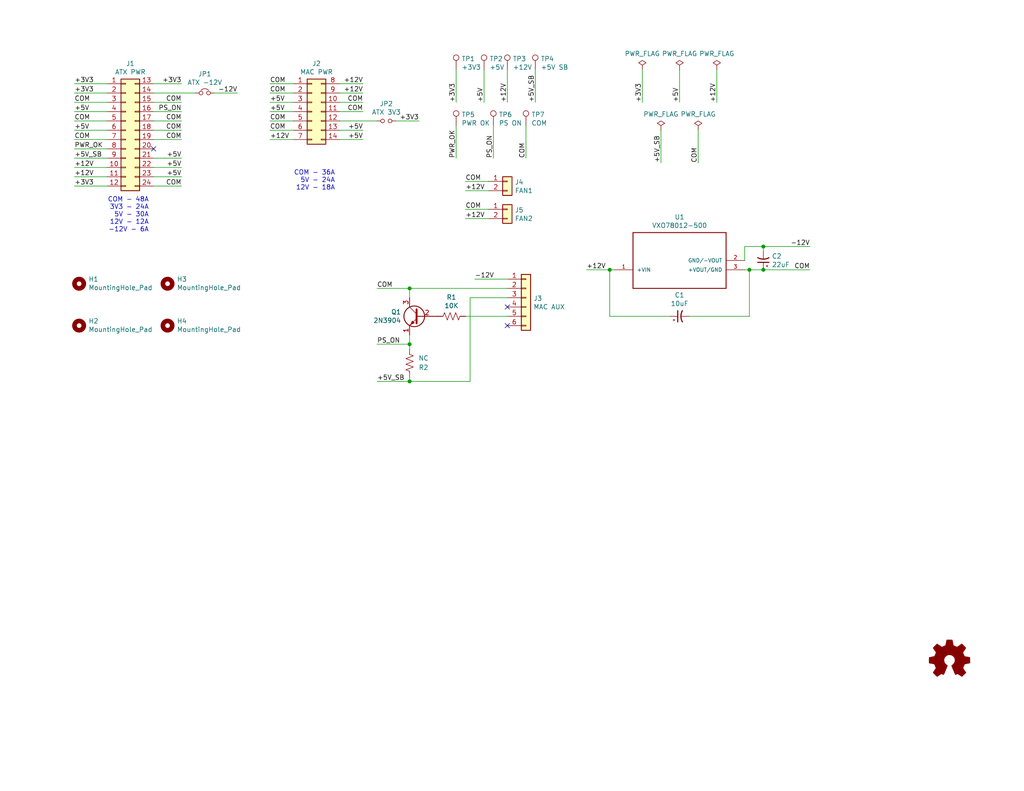
<source format=kicad_sch>
(kicad_sch (version 20250114) (generator "eeschema") (generator_version "9.0")
  (paper "USLetter")
  (title_block (title "ATX - Quadra 630 PSU Conversion Kit") (date "2020-09-01") (rev "V1.01B") (company "Dean Winger") (comment 1 "dean.winger.dev / dean@winger.dev") (comment 3 "https://creativecommons.org/licenses/by-sa/4.0/") (comment 4 "CC BY-SA 4.0"))
  (lib_symbols
    (symbol "Connector:TestPoint" (pin_numbers (hide yes)) (pin_names (offset 0.762) (hide yes))
      (property "Reference" "TP" (at 0 6.858 0))
      (property "Value" "TestPoint" (at 0 5.08 0))
      (symbol "TestPoint_0_1"
        (circle (center 0 3.302) (radius 0.762))
      )
      (symbol "TestPoint_1_1"
        (pin passive line (at 0 0 90) (length 2.54) (name "1") (number "1"))
      )
    )
    (symbol "Connector_Generic:Conn_01x02" (pin_names (offset 1.016) (hide yes))
      (property "Reference" "J" (at 0 2.54 0))
      (property "Value" "Conn_01x02" (at 0 -5.08 0))
      (symbol "Conn_01x02_1_1"
        (rectangle (start -1.27 1.27) (end 1.27 -3.81) (stroke (width 0.254)) (fill (type background)))
        (rectangle (start -1.27 0.127) (end 0 -0.127) (stroke (width 0.1524)))
        (rectangle (start -1.27 -2.413) (end 0 -2.667) (stroke (width 0.1524)))
        (pin passive line (at -5.08 0 0) (length 3.81) (name "Pin_1") (number "1"))
        (pin passive line (at -5.08 -2.54 0) (length 3.81) (name "Pin_2") (number "2"))
      )
    )
    (symbol "Connector_Generic:Conn_01x06" (pin_names (offset 1.016) (hide yes))
      (property "Reference" "J" (at 0 7.62 0))
      (property "Value" "Conn_01x06" (at 0 -10.16 0))
      (symbol "Conn_01x06_1_1"
        (rectangle (start -1.27 6.35) (end 1.27 -8.89) (stroke (width 0.254)) (fill (type background)))
        (rectangle (start -1.27 5.207) (end 0 4.953) (stroke (width 0.1524)))
        (rectangle (start -1.27 2.667) (end 0 2.413) (stroke (width 0.1524)))
        (rectangle (start -1.27 0.127) (end 0 -0.127) (stroke (width 0.1524)))
        (rectangle (start -1.27 -2.413) (end 0 -2.667) (stroke (width 0.1524)))
        (rectangle (start -1.27 -4.953) (end 0 -5.207) (stroke (width 0.1524)))
        (rectangle (start -1.27 -7.493) (end 0 -7.747) (stroke (width 0.1524)))
        (pin passive line (at -5.08 5.08 0) (length 3.81) (name "Pin_1") (number "1"))
        (pin passive line (at -5.08 2.54 0) (length 3.81) (name "Pin_2") (number "2"))
        (pin passive line (at -5.08 0 0) (length 3.81) (name "Pin_3") (number "3"))
        (pin passive line (at -5.08 -2.54 0) (length 3.81) (name "Pin_4") (number "4"))
        (pin passive line (at -5.08 -5.08 0) (length 3.81) (name "Pin_5") (number "5"))
        (pin passive line (at -5.08 -7.62 0) (length 3.81) (name "Pin_6") (number "6"))
      )
    )
    (symbol "Connector_Generic:Conn_02x07_Top_Bottom" (pin_names (offset 1.016) (hide yes))
      (property "Reference" "J" (at 1.27 10.16 0))
      (property "Value" "Conn_02x07_Top_Bottom" (at 1.27 -10.16 0))
      (symbol "Conn_02x07_Top_Bottom_1_1"
        (rectangle (start -1.27 8.89) (end 3.81 -8.89) (stroke (width 0.254)) (fill (type background)))
        (rectangle (start -1.27 7.747) (end 0 7.493) (stroke (width 0.1524)))
        (rectangle (start -1.27 5.207) (end 0 4.953) (stroke (width 0.1524)))
        (rectangle (start -1.27 2.667) (end 0 2.413) (stroke (width 0.1524)))
        (rectangle (start -1.27 0.127) (end 0 -0.127) (stroke (width 0.1524)))
        (rectangle (start -1.27 -2.413) (end 0 -2.667) (stroke (width 0.1524)))
        (rectangle (start -1.27 -4.953) (end 0 -5.207) (stroke (width 0.1524)))
        (rectangle (start -1.27 -7.493) (end 0 -7.747) (stroke (width 0.1524)))
        (rectangle (start 3.81 7.747) (end 2.54 7.493) (stroke (width 0.1524)))
        (rectangle (start 3.81 5.207) (end 2.54 4.953) (stroke (width 0.1524)))
        (rectangle (start 3.81 2.667) (end 2.54 2.413) (stroke (width 0.1524)))
        (rectangle (start 3.81 0.127) (end 2.54 -0.127) (stroke (width 0.1524)))
        (rectangle (start 3.81 -2.413) (end 2.54 -2.667) (stroke (width 0.1524)))
        (rectangle (start 3.81 -4.953) (end 2.54 -5.207) (stroke (width 0.1524)))
        (rectangle (start 3.81 -7.493) (end 2.54 -7.747) (stroke (width 0.1524)))
        (pin passive line (at -5.08 7.62 0) (length 3.81) (name "Pin_1") (number "1"))
        (pin passive line (at -5.08 5.08 0) (length 3.81) (name "Pin_2") (number "2"))
        (pin passive line (at -5.08 2.54 0) (length 3.81) (name "Pin_3") (number "3"))
        (pin passive line (at -5.08 0 0) (length 3.81) (name "Pin_4") (number "4"))
        (pin passive line (at -5.08 -2.54 0) (length 3.81) (name "Pin_5") (number "5"))
        (pin passive line (at -5.08 -5.08 0) (length 3.81) (name "Pin_6") (number "6"))
        (pin passive line (at -5.08 -7.62 0) (length 3.81) (name "Pin_7") (number "7"))
        (pin passive line (at 7.62 7.62 180) (length 3.81) (name "Pin_8") (number "8"))
        (pin passive line (at 7.62 5.08 180) (length 3.81) (name "Pin_9") (number "9"))
        (pin passive line (at 7.62 2.54 180) (length 3.81) (name "Pin_10") (number "10"))
        (pin passive line (at 7.62 0 180) (length 3.81) (name "Pin_11") (number "11"))
        (pin passive line (at 7.62 -2.54 180) (length 3.81) (name "Pin_12") (number "12"))
        (pin passive line (at 7.62 -5.08 180) (length 3.81) (name "Pin_13") (number "13"))
        (pin passive line (at 7.62 -7.62 180) (length 3.81) (name "Pin_14") (number "14"))
      )
    )
    (symbol "Connector_Generic:Conn_02x12_Top_Bottom" (pin_names (offset 1.016) (hide yes))
      (property "Reference" "J" (at 1.27 15.24 0))
      (property "Value" "Conn_02x12_Top_Bottom" (at 1.27 -17.78 0))
      (symbol "Conn_02x12_Top_Bottom_1_1"
        (rectangle (start -1.27 13.97) (end 3.81 -16.51) (stroke (width 0.254)) (fill (type background)))
        (rectangle (start -1.27 12.827) (end 0 12.573) (stroke (width 0.1524)))
        (rectangle (start -1.27 10.287) (end 0 10.033) (stroke (width 0.1524)))
        (rectangle (start -1.27 7.747) (end 0 7.493) (stroke (width 0.1524)))
        (rectangle (start -1.27 5.207) (end 0 4.953) (stroke (width 0.1524)))
        (rectangle (start -1.27 2.667) (end 0 2.413) (stroke (width 0.1524)))
        (rectangle (start -1.27 0.127) (end 0 -0.127) (stroke (width 0.1524)))
        (rectangle (start -1.27 -2.413) (end 0 -2.667) (stroke (width 0.1524)))
        (rectangle (start -1.27 -4.953) (end 0 -5.207) (stroke (width 0.1524)))
        (rectangle (start -1.27 -7.493) (end 0 -7.747) (stroke (width 0.1524)))
        (rectangle (start -1.27 -10.033) (end 0 -10.287) (stroke (width 0.1524)))
        (rectangle (start -1.27 -12.573) (end 0 -12.827) (stroke (width 0.1524)))
        (rectangle (start -1.27 -15.113) (end 0 -15.367) (stroke (width 0.1524)))
        (rectangle (start 3.81 12.827) (end 2.54 12.573) (stroke (width 0.1524)))
        (rectangle (start 3.81 10.287) (end 2.54 10.033) (stroke (width 0.1524)))
        (rectangle (start 3.81 7.747) (end 2.54 7.493) (stroke (width 0.1524)))
        (rectangle (start 3.81 5.207) (end 2.54 4.953) (stroke (width 0.1524)))
        (rectangle (start 3.81 2.667) (end 2.54 2.413) (stroke (width 0.1524)))
        (rectangle (start 3.81 0.127) (end 2.54 -0.127) (stroke (width 0.1524)))
        (rectangle (start 3.81 -2.413) (end 2.54 -2.667) (stroke (width 0.1524)))
        (rectangle (start 3.81 -4.953) (end 2.54 -5.207) (stroke (width 0.1524)))
        (rectangle (start 3.81 -7.493) (end 2.54 -7.747) (stroke (width 0.1524)))
        (rectangle (start 3.81 -10.033) (end 2.54 -10.287) (stroke (width 0.1524)))
        (rectangle (start 3.81 -12.573) (end 2.54 -12.827) (stroke (width 0.1524)))
        (rectangle (start 3.81 -15.113) (end 2.54 -15.367) (stroke (width 0.1524)))
        (pin passive line (at -5.08 12.7 0) (length 3.81) (name "Pin_1") (number "1"))
        (pin passive line (at -5.08 10.16 0) (length 3.81) (name "Pin_2") (number "2"))
        (pin passive line (at -5.08 7.62 0) (length 3.81) (name "Pin_3") (number "3"))
        (pin passive line (at -5.08 5.08 0) (length 3.81) (name "Pin_4") (number "4"))
        (pin passive line (at -5.08 2.54 0) (length 3.81) (name "Pin_5") (number "5"))
        (pin passive line (at -5.08 0 0) (length 3.81) (name "Pin_6") (number "6"))
        (pin passive line (at -5.08 -2.54 0) (length 3.81) (name "Pin_7") (number "7"))
        (pin passive line (at -5.08 -5.08 0) (length 3.81) (name "Pin_8") (number "8"))
        (pin passive line (at -5.08 -7.62 0) (length 3.81) (name "Pin_9") (number "9"))
        (pin passive line (at -5.08 -10.16 0) (length 3.81) (name "Pin_10") (number "10"))
        (pin passive line (at -5.08 -12.7 0) (length 3.81) (name "Pin_11") (number "11"))
        (pin passive line (at -5.08 -15.24 0) (length 3.81) (name "Pin_12") (number "12"))
        (pin passive line (at 7.62 12.7 180) (length 3.81) (name "Pin_13") (number "13"))
        (pin passive line (at 7.62 10.16 180) (length 3.81) (name "Pin_14") (number "14"))
        (pin passive line (at 7.62 7.62 180) (length 3.81) (name "Pin_15") (number "15"))
        (pin passive line (at 7.62 5.08 180) (length 3.81) (name "Pin_16") (number "16"))
        (pin passive line (at 7.62 2.54 180) (length 3.81) (name "Pin_17") (number "17"))
        (pin passive line (at 7.62 0 180) (length 3.81) (name "Pin_18") (number "18"))
        (pin passive line (at 7.62 -2.54 180) (length 3.81) (name "Pin_19") (number "19"))
        (pin passive line (at 7.62 -5.08 180) (length 3.81) (name "Pin_20") (number "20"))
        (pin passive line (at 7.62 -7.62 180) (length 3.81) (name "Pin_21") (number "21"))
        (pin passive line (at 7.62 -10.16 180) (length 3.81) (name "Pin_22") (number "22"))
        (pin passive line (at 7.62 -12.7 180) (length 3.81) (name "Pin_23") (number "23"))
        (pin passive line (at 7.62 -15.24 180) (length 3.81) (name "Pin_24") (number "24"))
      )
    )
    (symbol "Device:CP1_Small" (pin_numbers (hide yes)) (pin_names (offset 0.254) (hide yes))
      (property "Reference" "C" (at 0.254 1.778 0))
      (property "Value" "Device_CP1_Small" (at 0.254 -2.032 0))
      (symbol "CP1_Small_0_1"
        (polyline (pts (xy -1.524 0.508) (xy 1.524 0.508)) (stroke (width 0.3048)))
        (polyline (pts (xy -1.27 1.524) (xy -0.762 1.524)))
        (polyline (pts (xy -1.016 1.27) (xy -1.016 1.778)))
        (arc (start -1.524 -0.762) (mid 0 -0.3734) (end 1.524 -0.762) (stroke (width 0.3048)))
      )
      (symbol "CP1_Small_1_1"
        (pin passive line (at 0 2.54 270) (length 2.032) (name "~") (number "1"))
        (pin passive line (at 0 -2.54 90) (length 2.032) (name "~") (number "2"))
      )
    )
    (symbol "Device:Jumper_NC_Small" (pin_numbers (hide yes)) (pin_names (offset 0.762) (hide yes))
      (property "Reference" "JP" (at 0 2.032 0))
      (property "Value" "Device_Jumper_NC_Small" (at 0.254 -1.524 0))
      (symbol "Jumper_NC_Small_0_1"
        (circle (center -1.016 0) (radius 0.508))
        (arc (start -1.016 0.762) (mid 0 1.1828) (end 1.016 0.762))
        (circle (center 1.016 0) (radius 0.508))
        (pin passive line (at -2.54 0 0) (length 1.016) (name "1") (number "1"))
        (pin passive line (at 2.54 0 180) (length 1.016) (name "2") (number "2"))
      )
    )
    (symbol "Device:Jumper_NO_Small" (pin_numbers (hide yes)) (pin_names (offset 0.762) (hide yes))
      (property "Reference" "JP" (at 0 2.032 0))
      (property "Value" "Device_Jumper_NO_Small" (at 0.254 -1.524 0))
      (symbol "Jumper_NO_Small_0_1"
        (circle (center -1.016 0) (radius 0.508))
        (circle (center 1.016 0) (radius 0.508))
        (pin passive line (at -2.54 0 0) (length 1.016) (name "1") (number "1"))
        (pin passive line (at 2.54 0 180) (length 1.016) (name "2") (number "2"))
      )
    )
    (symbol "Device:R_US" (pin_numbers (hide yes)) (pin_names (offset 0))
      (property "Reference" "R" (at 2.54 0 90))
      (property "Value" "R_US" (at -2.54 0 90))
      (symbol "R_US_0_1"
        (polyline (pts (xy 0 2.286) (xy 0 2.54)))
        (polyline (pts (xy 0 2.286) (xy 1.016 1.905) (xy 0 1.524) (xy -1.016 1.143) (xy 0 0.762)))
        (polyline (pts (xy 0 0.762) (xy 1.016 0.381) (xy 0 0) (xy -1.016 -0.381) (xy 0 -0.762)))
        (polyline (pts (xy 0 -0.762) (xy 1.016 -1.143) (xy 0 -1.524) (xy -1.016 -1.905) (xy 0 -2.286)))
        (polyline (pts (xy 0 -2.286) (xy 0 -2.54)))
      )
      (symbol "R_US_1_1"
        (pin passive line (at 0 3.81 270) (length 1.27) (name "~") (number "1"))
        (pin passive line (at 0 -3.81 90) (length 1.27) (name "~") (number "2"))
      )
    )
    (symbol "Graphic:Logo_Open_Hardware_Small" (in_bom no) (on_board no)
      (symbol "Logo_Open_Hardware_Small_0_1"
        (polyline (pts (xy 3.3528 -4.3434) (xy 3.302 -4.318) (xy 3.175 -4.2418) (xy 2.9972 -4.1148) (xy 2.7686 -3.9624) (xy 2.54 -3.81) (xy 2.3622 -3.7084) (xy 2.2352 -3.6068) (xy 2.1844 -3.5814) (xy 2.159 -3.6068) (xy 2.0574 -3.6576) (xy 1.905 -3.7338) (xy 1.8034 -3.7846) (xy 1.6764 -3.8354) (xy 1.6002 -3.8354) (xy 1.6002 -3.8354) (xy 1.5494 -3.7338) (xy 1.4732 -3.5306) (xy 1.3462 -3.302) (xy 1.2446 -3.0226) (xy 1.1176 -2.7178) (xy 0.9652 -2.413) (xy 0.8636 -2.1082) (xy 0.7366 -1.8288) (xy 0.6604 -1.6256) (xy 0.6096 -1.4732) (xy 0.5842 -1.397) (xy 0.5842 -1.397) (xy 0.6604 -1.3208) (xy 0.7874 -1.2446) (xy 1.0414 -1.016) (xy 1.2954 -0.6858) (xy 1.4478 -0.3302) (xy 1.524 0.0762) (xy 1.4732 0.4572) (xy 1.3208 0.8128) (xy 1.0668 1.143) (xy 0.762 1.3716) (xy 0.4064 1.524) (xy 0 1.5748) (xy -0.381 1.5494) (xy -0.7366 1.397) (xy -1.0668 1.143) (xy -1.2192 0.9906) (xy -1.397 0.6604) (xy -1.524 0.3048) (xy -1.524 0.2286) (xy -1.4986 -0.1778) (xy -1.397 -0.5334) (xy -1.1938 -0.8636) (xy -0.9144 -1.143) (xy -0.8636 -1.1684) (xy -0.7366 -1.27) (xy -0.635 -1.3462) (xy -0.5842 -1.397) (xy -1.0668 -2.5908) (xy -1.143 -2.794) (xy -1.2954 -3.1242) (xy -1.397 -3.4036) (xy -1.4986 -3.6322) (xy -1.5748 -3.7846) (xy -1.6002 -3.8354) (xy -1.6002 -3.8354) (xy -1.651 -3.8354) (xy -1.7272 -3.81) (xy -1.905 -3.7338) (xy -2.0066 -3.683) (xy -2.1336 -3.6068) (xy -2.2098 -3.5814) (xy -2.2606 -3.6068) (xy -2.3622 -3.683) (xy -2.54 -3.81) (xy -2.7686 -3.9624) (xy -2.9718 -4.0894) (xy -3.1496 -4.2164) (xy -3.302 -4.318) (xy -3.3528 -4.3434) (xy -3.3782 -4.3434) (xy -3.429 -4.318) (xy -3.5306 -4.2164) (xy -3.7084 -4.064) (xy -3.937 -3.8354) (xy -3.9624 -3.81) (xy -4.1656 -3.6068) (xy -4.318 -3.4544) (xy -4.4196 -3.3274) (xy -4.445 -3.2766) (xy -4.445 -3.2766) (xy -4.4196 -3.2258) (xy -4.318 -3.0734) (xy -4.2164 -2.8956) (xy -4.064 -2.667) (xy -3.6576 -2.0828) (xy -3.8862 -1.5494) (xy -3.937 -1.3716) (xy -4.0386 -1.1684) (xy -4.0894 -1.0414) (xy -4.1148 -0.9652) (xy -4.191 -0.9398) (xy -4.318 -0.9144) (xy -4.5466 -0.8636) (xy -4.8006 -0.8128) (xy -5.0546 -0.7874) (xy -5.2578 -0.7366) (xy -5.4356 -0.7112) (xy -5.5118 -0.6858) (xy -5.5118 -0.6858) (xy -5.5372 -0.635) (xy -5.5372 -0.5588) (xy -5.5372 -0.4318) (xy -5.5626 -0.2286) (xy -5.5626 0.0762) (xy -5.5626 0.127) (xy -5.5372 0.4064) (xy -5.5372 0.635) (xy -5.5372 0.762) (xy -5.5372 0.8382) (xy -5.5372 0.8382) (xy -5.461 0.8382) (xy -5.3086 0.889) (xy -5.08 0.9144) (xy -4.826 0.9652) (xy -4.8006 0.9906) (xy -4.5466 1.0414) (xy -4.318 1.0668) (xy -4.1656 1.1176) (xy -4.0894 1.143) (xy -4.0894 1.143) (xy -4.0386 1.2446) (xy -3.9624 1.4224) (xy -3.8608 1.6256) (xy -3.7846 1.8288) (xy -3.7084 2.0066) (xy -3.6576 2.159) (xy -3.6322 2.2098) (xy -3.6322 2.2098) (xy -3.683 2.286) (xy -3.7592 2.413) (xy -3.8862 2.5908) (xy -4.064 2.8194) (xy -4.064 2.8448) (xy -4.2164 3.0734) (xy -4.3434 3.2512) (xy -4.4196 3.3782) (xy -4.445 3.4544) (xy -4.445 3.4544) (xy -4.3942 3.5052) (xy -4.2926 3.6322) (xy -4.1148 3.81) (xy -3.937 4.0132) (xy -3.8608 4.064) (xy -3.6576 4.2926) (xy -3.5052 4.4196) (xy -3.4036 4.4958) (xy -3.3528 4.5212) (xy -3.3528 4.5212) (xy -3.302 4.4704) (xy -3.1496 4.3688) (xy -2.9718 4.2418) (xy -2.7432 4.0894) (xy -2.7178 4.0894) (xy -2.4892 3.937) (xy -2.3114 3.81) (xy -2.1844 3.7084) (xy -2.1336 3.683) (xy -2.1082 3.683) (xy -2.032 3.7084) (xy -1.8542 3.7592) (xy -1.6764 3.8354) (xy -1.4732 3.937) (xy -1.27 4.0132) (xy -1.143 4.064) (xy -1.0668 4.1148) (xy -1.0668 4.1148) (xy -1.0414 4.191) (xy -1.016 4.3434) (xy -0.9652 4.572) (xy -0.9144 4.8514) (xy -0.889 4.9022) (xy -0.8382 5.1562) (xy -0.8128 5.3848) (xy -0.7874 5.5372) (xy -0.762 5.588) (xy -0.7112 5.6134) (xy -0.5842 5.6134) (xy -0.4064 5.6134) (xy -0.1524 5.6134) (xy 0.0762 5.6134) (xy 0.3302 5.6134) (xy 0.5334 5.6134) (xy 0.6858 5.588) (xy 0.7366 5.588) (xy 0.7366 5.588) (xy 0.762 5.5118) (xy 0.8128 5.334) (xy 0.8382 5.1054) (xy 0.9144 4.826) (xy 0.9144 4.7752) (xy 0.9652 4.5212) (xy 1.016 4.2926) (xy 1.0414 4.1402) (xy 1.0668 4.0894) (xy 1.0668 4.0894) (xy 1.1938 4.0386) (xy 1.3716 3.9624) (xy 1.5748 3.8608) (xy 2.0828 3.6576) (xy 2.7178 4.0894) (xy 2.7686 4.1402) (xy 2.9972 4.2926) (xy 3.175 4.4196) (xy 3.302 4.4958) (xy 3.3782 4.5212) (xy 3.3782 4.5212) (xy 3.429 4.4704) (xy 3.556 4.3434) (xy 3.7338 4.191) (xy 3.9116 3.9878) (xy 4.064 3.8354) (xy 4.2418 3.6576) (xy 4.3434 3.556) (xy 4.4196 3.4798) (xy 4.4196 3.429) (xy 4.4196 3.4036) (xy 4.3942 3.3274) (xy 4.2926 3.2004) (xy 4.1656 2.9972) (xy 4.0132 2.794) (xy 3.8862 2.5908) (xy 3.7592 2.3876) (xy 3.6576 2.2352) (xy 3.6322 2.159) (xy 3.6322 2.1336) (xy 3.683 2.0066) (xy 3.7592 1.8288) (xy 3.8608 1.6002) (xy 4.064 1.1176) (xy 4.3942 1.0414) (xy 4.5974 1.016) (xy 4.8768 0.9652) (xy 5.1308 0.9144) (xy 5.5372 0.8382) (xy 5.5626 -0.6604) (xy 5.4864 -0.6858) (xy 5.4356 -0.6858) (xy 5.2832 -0.7366) (xy 5.0546 -0.762) (xy 4.8006 -0.8128) (xy 4.5974 -0.8636) (xy 4.3688 -0.9144) (xy 4.2164 -0.9398) (xy 4.1402 -0.9398) (xy 4.1148 -0.9652) (xy 4.064 -1.0668) (xy 3.9878 -1.2446) (xy 3.9116 -1.4478) (xy 3.81 -1.651) (xy 3.7338 -1.8542) (xy 3.683 -2.0066) (xy 3.6576 -2.0828) (xy 3.683 -2.1336) (xy 3.7846 -2.2606) (xy 3.8862 -2.4638) (xy 4.0386 -2.667) (xy 4.191 -2.8956) (xy 4.318 -3.0734) (xy 4.3942 -3.2004) (xy 4.445 -3.2766) (xy 4.4196 -3.3274) (xy 4.3434 -3.429) (xy 4.1656 -3.5814) (xy 3.937 -3.8354) (xy 3.8862 -3.8608) (xy 3.683 -4.064) (xy 3.5306 -4.2164) (xy 3.4036 -4.318) (xy 3.3528 -4.3434)) (fill (type outline)))
      )
    )
    (symbol "Mechanical:MountingHole" (pin_names (offset 1.016))
      (property "Reference" "H" (at 0 5.08 0))
      (property "Value" "MountingHole" (at 0 3.175 0))
      (symbol "MountingHole_0_1"
        (circle (center 0 0) (radius 1.27) (stroke (width 1.27)))
      )
    )
    (symbol "Transistor_BJT:2N3904" (pin_names (offset 0) (hide yes))
      (property "Reference" "Q" (at 5.08 1.905 0))
      (property "Value" "2N3904" (at 5.08 0 0))
      (symbol "2N3904_0_1"
        (polyline (pts (xy 0.635 1.905) (xy 0.635 -1.905) (xy 0.635 -1.905)) (stroke (width 0.508)))
        (polyline (pts (xy 0.635 0.635) (xy 2.54 2.54)))
        (polyline (pts (xy 0.635 -0.635) (xy 2.54 -2.54) (xy 2.54 -2.54)))
        (circle (center 1.27 0) (radius 2.8194) (stroke (width 0.254)))
        (polyline (pts (xy 1.27 -1.778) (xy 1.778 -1.27) (xy 2.286 -2.286) (xy 1.27 -1.778) (xy 1.27 -1.778)) (fill (type outline)))
      )
      (symbol "2N3904_1_1"
        (pin passive line (at -5.08 0 0) (length 5.715) (name "B") (number "2"))
        (pin passive line (at 2.54 5.08 270) (length 2.54) (name "C") (number "3"))
        (pin passive line (at 2.54 -5.08 90) (length 2.54) (name "E") (number "1"))
      )
    )
    (symbol "VXO78012-500:VXO78012-500" (pin_names (offset 1.016))
      (property "Reference" "U" (at -12.7508 8.4074 0))
      (property "Value" "VXO78012-500" (at -12.7254 -10.1854 0))
      (symbol "VXO78012-500_0_0"
        (polyline (pts (xy -12.7 7.62) (xy 12.7 7.62)) (stroke (width 0.254)))
        (polyline (pts (xy -12.7 -7.62) (xy -12.7 7.62)) (stroke (width 0.254)))
        (polyline (pts (xy 12.7 7.62) (xy 12.7 -7.62)) (stroke (width 0.254)))
        (polyline (pts (xy 12.7 -7.62) (xy -12.7 -7.62)) (stroke (width 0.254)))
        (pin input line (at -17.78 2.54 0) (length 5.08) (name "+VIN") (number "1"))
        (pin input line (at 17.78 2.54 180) (length 5.08) (name "+VOUT/GND") (number "3"))
        (pin output line (at 17.78 0 180) (length 5.08) (name "GND/-VOUT") (number "2"))
      )
    )
    (symbol "VXO78012-500_1" (pin_names (offset 1.016))
      (property "Reference" "U" (at -12.7508 8.4074 0))
      (property "Value" "VXO78012-500" (at -12.7254 -10.1854 0))
      (symbol "VXO78012-500_1_0_0"
        (polyline (pts (xy -12.7 7.62) (xy 12.7 7.62)) (stroke (width 0.254)))
        (polyline (pts (xy -12.7 -7.62) (xy -12.7 7.62)) (stroke (width 0.254)))
        (polyline (pts (xy 12.7 7.62) (xy 12.7 -7.62)) (stroke (width 0.254)))
        (polyline (pts (xy 12.7 -7.62) (xy -12.7 -7.62)) (stroke (width 0.254)))
        (pin input line (at -17.78 2.54 0) (length 5.08) (name "+VIN") (number "1"))
        (pin input line (at 17.78 2.54 180) (length 5.08) (name "+VOUT/GND") (number "3"))
        (pin output line (at 17.78 0 180) (length 5.08) (name "GND/-VOUT") (number "2"))
      )
    )
    (symbol "power:PWR_FLAG" (power) (pin_numbers (hide yes)) (pin_names (offset 0) (hide yes))
      (property "Value" "PWR_FLAG" (at 0 3.81 0))
      (symbol "PWR_FLAG_0_0"
        (pin power_out line (at 0 0 90) (length 0) (name "pwr") (number "1"))
      )
      (symbol "PWR_FLAG_0_1"
        (polyline (pts (xy 0 0) (xy 0 1.27) (xy -1.016 1.905) (xy 0 2.54) (xy 1.016 1.905) (xy 0 1.27)))
      )
    )
  )
  (text "COM - 36A\n5V - 24A\n12V - 18A" (at 91.44 52.07 0) (effects (font (size 1.27 1.27)) (justify right bottom)))
  (text "COM - 48A\n3V3 - 24A\n5V - 30A\n12V - 12A\n-12V - 6A" (at 40.64 63.5 0) (effects (font (size 1.27 1.27)) (justify right bottom)))
  (junction (at 166.37 73.66))
  (junction (at 208.28 67.31))
  (junction (at 111.76 104.14))
  (junction (at 111.76 93.98))
  (junction (at 204.47 73.66))
  (junction (at 111.76 78.74))
  (junction (at 208.28 73.66))
  (no_connect (at 41.91 40.64))
  (no_connect (at 138.43 83.82))
  (no_connect (at 138.43 88.9))
  (wire (pts (xy 73.66 27.94) (xy 80.01 27.94)))
  (wire (pts (xy 185.42 19.05) (xy 185.42 27.94)))
  (wire (pts (xy 138.43 86.36) (xy 127 86.36)))
  (wire (pts (xy 203.2 67.31) (xy 203.2 71.12)))
  (wire (pts (xy 111.76 91.44) (xy 111.76 93.98)))
  (wire (pts (xy 20.32 25.4) (xy 29.21 25.4)))
  (wire (pts (xy 128.27 81.28) (xy 138.43 81.28)))
  (wire (pts (xy 20.32 30.48) (xy 29.21 30.48)))
  (wire (pts (xy 49.53 38.1) (xy 41.91 38.1)))
  (wire (pts (xy 20.32 45.72) (xy 29.21 45.72)))
  (wire (pts (xy 124.46 27.94) (xy 124.46 19.05)))
  (wire (pts (xy 208.28 73.66) (xy 220.98 73.66)))
  (wire (pts (xy 20.32 40.64) (xy 29.21 40.64)))
  (wire (pts (xy 41.91 25.4) (xy 53.34 25.4)))
  (wire (pts (xy 138.43 78.74) (xy 111.76 78.74)))
  (wire (pts (xy 208.28 67.31) (xy 203.2 67.31)))
  (wire (pts (xy 99.06 30.48) (xy 92.71 30.48)))
  (wire (pts (xy 127 49.53) (xy 133.35 49.53)))
  (wire (pts (xy 133.35 57.15) (xy 127 57.15)))
  (wire (pts (xy 29.21 38.1) (xy 20.32 38.1)))
  (wire (pts (xy 111.76 78.74) (xy 111.76 81.28)))
  (wire (pts (xy 111.76 78.74) (xy 102.87 78.74)))
  (wire (pts (xy 41.91 35.56) (xy 49.53 35.56)))
  (wire (pts (xy 99.06 35.56) (xy 92.71 35.56)))
  (wire (pts (xy 111.76 104.14) (xy 128.27 104.14)))
  (wire (pts (xy 187.96 86.36) (xy 204.47 86.36)))
  (wire (pts (xy 146.05 19.05) (xy 146.05 27.94)))
  (wire (pts (xy 29.21 43.18) (xy 20.32 43.18)))
  (wire (pts (xy 73.66 33.02) (xy 80.01 33.02)))
  (wire (pts (xy 29.21 27.94) (xy 20.32 27.94)))
  (wire (pts (xy 127 59.69) (xy 133.35 59.69)))
  (wire (pts (xy 41.91 43.18) (xy 49.53 43.18)))
  (wire (pts (xy 73.66 22.86) (xy 80.01 22.86)))
  (wire (pts (xy 99.06 25.4) (xy 92.71 25.4)))
  (wire (pts (xy 92.71 38.1) (xy 99.06 38.1)))
  (wire (pts (xy 92.71 22.86) (xy 99.06 22.86)))
  (wire (pts (xy 204.47 86.36) (xy 204.47 73.66)))
  (wire (pts (xy 166.37 86.36) (xy 182.88 86.36)))
  (wire (pts (xy 111.76 102.87) (xy 111.76 104.14)))
  (wire (pts (xy 167.64 73.66) (xy 166.37 73.66)))
  (wire (pts (xy 80.01 25.4) (xy 73.66 25.4)))
  (wire (pts (xy 111.76 95.25) (xy 111.76 93.98)))
  (wire (pts (xy 195.58 27.94) (xy 195.58 19.05)))
  (wire (pts (xy 134.62 43.18) (xy 134.62 34.29)))
  (wire (pts (xy 29.21 48.26) (xy 20.32 48.26)))
  (wire (pts (xy 220.98 67.31) (xy 208.28 67.31)))
  (wire (pts (xy 49.53 50.8) (xy 41.91 50.8)))
  (wire (pts (xy 29.21 33.02) (xy 20.32 33.02)))
  (wire (pts (xy 29.21 22.86) (xy 20.32 22.86)))
  (wire (pts (xy 129.54 76.2) (xy 138.43 76.2)))
  (wire (pts (xy 175.26 27.94) (xy 175.26 19.05)))
  (wire (pts (xy 124.46 34.29) (xy 124.46 43.18)))
  (wire (pts (xy 138.43 27.94) (xy 138.43 19.05)))
  (wire (pts (xy 102.87 93.98) (xy 111.76 93.98)))
  (wire (pts (xy 49.53 27.94) (xy 41.91 27.94)))
  (wire (pts (xy 41.91 30.48) (xy 49.53 30.48)))
  (wire (pts (xy 204.47 73.66) (xy 203.2 73.66)))
  (wire (pts (xy 58.42 25.4) (xy 64.77 25.4)))
  (wire (pts (xy 80.01 30.48) (xy 73.66 30.48)))
  (wire (pts (xy 41.91 48.26) (xy 49.53 48.26)))
  (wire (pts (xy 92.71 27.94) (xy 99.06 27.94)))
  (wire (pts (xy 49.53 33.02) (xy 41.91 33.02)))
  (wire (pts (xy 208.28 73.66) (xy 204.47 73.66)))
  (wire (pts (xy 190.5 44.45) (xy 190.5 35.56)))
  (wire (pts (xy 49.53 22.86) (xy 41.91 22.86)))
  (wire (pts (xy 133.35 52.07) (xy 127 52.07)))
  (wire (pts (xy 80.01 35.56) (xy 73.66 35.56)))
  (wire (pts (xy 128.27 81.28) (xy 128.27 104.14)))
  (wire (pts (xy 180.34 35.56) (xy 180.34 44.45)))
  (wire (pts (xy 208.28 68.58) (xy 208.28 67.31)))
  (wire (pts (xy 114.3 33.02) (xy 107.95 33.02)))
  (wire (pts (xy 132.08 19.05) (xy 132.08 27.94)))
  (wire (pts (xy 166.37 73.66) (xy 166.37 86.36)))
  (wire (pts (xy 20.32 35.56) (xy 29.21 35.56)))
  (wire (pts (xy 143.51 43.18) (xy 143.51 34.29)))
  (wire (pts (xy 102.87 33.02) (xy 92.71 33.02)))
  (wire (pts (xy 20.32 50.8) (xy 29.21 50.8)))
  (wire (pts (xy 166.37 73.66) (xy 160.02 73.66)))
  (wire (pts (xy 73.66 38.1) (xy 80.01 38.1)))
  (wire (pts (xy 102.87 104.14) (xy 111.76 104.14)))
  (wire (pts (xy 49.53 45.72) (xy 41.91 45.72)))
  (label "PWR_OK" (at 20.32 40.64 0))
  (label "COM" (at 49.53 50.8 180))
  (label "COM" (at 220.98 73.66 180))
  (label "+5V" (at 49.53 45.72 180))
  (label "+5V" (at 20.32 35.56 0))
  (label "+12V" (at 195.58 27.94 90))
  (label "COM" (at 49.53 33.02 180))
  (label "+5V" (at 73.66 30.48 0))
  (label "COM" (at 73.66 22.86 0))
  (label "COM" (at 102.87 78.74 0))
  (label "COM" (at 20.32 27.94 0))
  (label "PS_ON" (at 134.62 43.18 90))
  (label "COM" (at 143.51 43.18 90))
  (label "+5V" (at 49.53 48.26 180))
  (label "+3V3" (at 114.3 33.02 180))
  (label "COM" (at 49.53 27.94 180))
  (label "COM" (at 99.06 30.48 180))
  (label "PS_ON" (at 102.87 93.98 0))
  (label "+3V3" (at 20.32 25.4 0))
  (label "+12V" (at 138.43 27.94 90))
  (label "+3V3" (at 20.32 22.86 0))
  (label "+12V" (at 127 59.69 0))
  (label "+12V" (at 73.66 38.1 0))
  (label "+5V_SB" (at 146.05 27.94 90))
  (label "COM" (at 73.66 33.02 0))
  (label "-12V" (at 220.98 67.31 180))
  (label "COM" (at 127 57.15 0))
  (label "COM" (at 99.06 27.94 180))
  (label "+5V" (at 73.66 27.94 0))
  (label "COM" (at 49.53 35.56 180))
  (label "COM" (at 127 49.53 0))
  (label "COM" (at 20.32 33.02 0))
  (label "PWR_OK" (at 124.46 43.18 90))
  (label "+12V" (at 20.32 48.26 0))
  (label "PS_ON" (at 49.53 30.48 180))
  (label "+5V" (at 99.06 35.56 180))
  (label "+12V" (at 99.06 22.86 180))
  (label "+12V" (at 160.02 73.66 0))
  (label "+5V" (at 20.32 30.48 0))
  (label "+3V3" (at 175.26 27.94 90))
  (label "+5V" (at 49.53 43.18 180))
  (label "-12V" (at 64.77 25.4 180))
  (label "+5V" (at 99.06 38.1 180))
  (label "+12V" (at 127 52.07 0))
  (label "+5V_SB" (at 102.87 104.14 0))
  (label "+3V3" (at 20.32 50.8 0))
  (label "+3V3" (at 124.46 27.94 90))
  (label "COM" (at 73.66 25.4 0))
  (label "+12V" (at 20.32 45.72 0))
  (label "+5V_SB" (at 180.34 44.45 90))
  (label "COM" (at 20.32 38.1 0))
  (label "+5V" (at 132.08 27.94 90))
  (label "+12V" (at 99.06 25.4 180))
  (label "COM" (at 49.53 38.1 180))
  (label "+3V3" (at 49.53 22.86 180))
  (label "-12V" (at 129.54 76.2 0))
  (label "+5V" (at 185.42 27.94 90))
  (label "COM" (at 190.5 44.45 90))
  (label "+5V_SB" (at 20.32 43.18 0))
  (label "COM" (at 73.66 35.56 0))
  (symbol (lib_id "Connector_Generic:Conn_02x12_Top_Bottom") (at 34.29 35.56 0) (unit 1)
    (property "Reference" "J1" (at 35.56 17.3482 0))
    (property "Value" "ATX PWR" (at 35.56 19.6596 0))
    (property "Footprint" "Connector_Molex:Molex_Mini-Fit_Jr_5566-24A2_2x12_P4.20mm_Vertical" (effects (hide yes)))
  )
  (symbol (lib_id "Connector_Generic:Conn_02x07_Top_Bottom") (at 85.09 30.48 0) (unit 1)
    (property "Reference" "J2" (at 86.36 17.3482 0))
    (property "Value" "MAC PWR" (at 86.36 19.6596 0))
    (property "Footprint" "Connector_Molex:Molex_Mini-Fit_Jr_5566-14A2_2x07_P4.20mm_Vertical" (effects (hide yes)))
  )
  (symbol (lib_id "Connector_Generic:Conn_01x06") (at 143.51 81.28 0) (unit 1)
    (property "Reference" "J3" (at 145.542 81.4832 0) (effects (justify left)))
    (property "Value" "MAC AUX" (at 145.542 83.7946 0) (effects (justify left)))
    (property "Footprint" "Connector_PinSocket_2.54mm:PinSocket_1x06_P2.54mm_Vertical" (effects (hide yes)))
  )
  (symbol (lib_id "Device:Jumper_NC_Small") (at 55.88 25.4 0) (unit 1)
    (property "Reference" "JP1" (at 55.88 20.193 0))
    (property "Value" "ATX -12V" (at 55.88 22.5044 0))
    (property "Footprint" "Jumper:SolderJumper-2_P1.3mm_Open_Pad1.0x1.5mm" (effects (hide yes)))
  )
  (symbol (lib_id "Connector_Generic:Conn_01x02") (at 138.43 49.53 0) (unit 1)
    (property "Reference" "J4" (at 140.462 49.7332 0) (effects (justify left)))
    (property "Value" "FAN1" (at 140.462 52.0446 0) (effects (justify left)))
    (property "Footprint" "Connector_PinSocket_2.54mm:PinSocket_1x02_P2.54mm_Vertical" (effects (hide yes)))
  )
  (symbol (lib_id "Connector_Generic:Conn_01x02") (at 138.43 57.15 0) (unit 1)
    (property "Reference" "J5" (at 140.462 57.3532 0) (effects (justify left)))
    (property "Value" "FAN2" (at 140.462 59.6646 0) (effects (justify left)))
    (property "Footprint" "Connector_PinSocket_2.54mm:PinSocket_1x02_P2.54mm_Vertical" (effects (hide yes)))
  )
  (symbol (lib_id "Mechanical:MountingHole") (at 21.59 77.47 0) (unit 1)
    (property "Reference" "H1" (at 24.13 76.2254 0) (effects (justify left)))
    (property "Value" "MountingHole_Pad" (at 24.13 78.5368 0) (effects (justify left)))
    (property "Footprint" "MountingHole:MountingHole_3.2mm_M3_Pad" (effects (hide yes)))
  )
  (symbol (lib_id "Connector:TestPoint") (at 124.46 19.05 0) (unit 1)
    (property "Reference" "TP1" (at 125.9332 16.0528 0) (effects (justify left)))
    (property "Value" "+3V3" (at 125.9332 18.3642 0) (effects (justify left)))
    (property "Footprint" "TestPoint:TestPoint_Pad_D1.0mm" (effects (hide yes)))
  )
  (symbol (lib_id "Mechanical:MountingHole") (at 21.59 88.9 0) (unit 1)
    (property "Reference" "H2" (at 24.13 87.6554 0) (effects (justify left)))
    (property "Value" "MountingHole_Pad" (at 24.13 89.9668 0) (effects (justify left)))
    (property "Footprint" "MountingHole:MountingHole_3.2mm_M3_Pad" (effects (hide yes)))
  )
  (symbol (lib_id "Mechanical:MountingHole") (at 45.72 77.47 0) (unit 1)
    (property "Reference" "H3" (at 48.26 76.2254 0) (effects (justify left)))
    (property "Value" "MountingHole_Pad" (at 48.26 78.5368 0) (effects (justify left)))
    (property "Footprint" "MountingHole:MountingHole_3.2mm_M3_Pad" (effects (hide yes)))
  )
  (symbol (lib_id "Mechanical:MountingHole") (at 45.72 88.9 0) (unit 1)
    (property "Reference" "H4" (at 48.26 87.6554 0) (effects (justify left)))
    (property "Value" "MountingHole_Pad" (at 48.26 89.9668 0) (effects (justify left)))
    (property "Footprint" "MountingHole:MountingHole_3.2mm_M3_Pad" (effects (hide yes)))
  )
  (symbol (lib_id "Connector:TestPoint") (at 132.08 19.05 0) (unit 1)
    (property "Reference" "TP2" (at 133.5532 16.0528 0) (effects (justify left)))
    (property "Value" "+5V" (at 133.5532 18.3642 0) (effects (justify left)))
    (property "Footprint" "TestPoint:TestPoint_Pad_D1.0mm" (effects (hide yes)))
  )
  (symbol (lib_id "Connector:TestPoint") (at 138.43 19.05 0) (unit 1)
    (property "Reference" "TP3" (at 139.9032 16.0528 0) (effects (justify left)))
    (property "Value" "+12V" (at 139.9032 18.3642 0) (effects (justify left)))
    (property "Footprint" "TestPoint:TestPoint_Pad_D1.0mm" (effects (hide yes)))
  )
  (symbol (lib_id "Connector:TestPoint") (at 146.05 19.05 0) (unit 1)
    (property "Reference" "TP4" (at 147.5232 16.0528 0) (effects (justify left)))
    (property "Value" "+5V SB" (at 147.5232 18.3642 0) (effects (justify left)))
    (property "Footprint" "TestPoint:TestPoint_Pad_D1.0mm" (effects (hide yes)))
  )
  (symbol (lib_id "Connector:TestPoint") (at 124.46 34.29 0) (unit 1)
    (property "Reference" "TP5" (at 125.9332 31.2928 0) (effects (justify left)))
    (property "Value" "PWR OK" (at 125.9332 33.6042 0) (effects (justify left)))
    (property "Footprint" "TestPoint:TestPoint_Pad_D1.0mm" (effects (hide yes)))
  )
  (symbol (lib_id "Connector:TestPoint") (at 134.62 34.29 0) (unit 1)
    (property "Reference" "TP6" (at 136.0932 31.2928 0) (effects (justify left)))
    (property "Value" "PS ON" (at 136.0932 33.6042 0) (effects (justify left)))
    (property "Footprint" "TestPoint:TestPoint_Pad_D1.0mm" (effects (hide yes)))
  )
  (symbol (lib_id "Connector:TestPoint") (at 143.51 34.29 0) (unit 1)
    (property "Reference" "TP7" (at 144.9832 31.2928 0) (effects (justify left)))
    (property "Value" "COM" (at 144.9832 33.6042 0) (effects (justify left)))
    (property "Footprint" "TestPoint:TestPoint_Pad_D1.0mm" (effects (hide yes)))
  )
  (symbol (lib_id "Device:Jumper_NO_Small") (at 105.41 33.02 0) (unit 1)
    (property "Reference" "JP2" (at 105.41 28.321 0))
    (property "Value" "ATX 3V3" (at 105.41 30.6324 0))
    (property "Footprint" "custom-footprints:J2" (effects (hide yes)))
  )
  (symbol (lib_name "VXO78012-500_1") (lib_id "VXO78012-500:VXO78012-500") (at 185.42 71.12 0) (mirror x) (unit 1)
    (property "Reference" "U1" (at 185.42 59.2582 0))
    (property "Value" "VXO78012-500" (at 185.42 61.5696 0))
    (property "Footprint" "custom-footprints:CONV_VXO78012-500" (effects (hide yes)))
    (property "Datasheet" "Manufacturer recommendations" (effects (hide yes)))
    (property "Field4" "1.0" (effects (hide yes)))
    (property "Field5" "CUI Inc" (effects (hide yes)))
  )
  (symbol (lib_id "Device:CP1_Small") (at 185.42 86.36 90) (unit 1)
    (property "Reference" "C1" (at 185.42 80.5688 90))
    (property "Value" "10uF" (at 185.42 82.8802 90))
    (property "Footprint" "custom-footprints:C1" (effects (hide yes)))
  )
  (symbol (lib_id "Device:CP1_Small") (at 208.28 71.12 180) (unit 1)
    (property "Reference" "C2" (at 210.5914 69.9516 0) (effects (justify right)))
    (property "Value" "22uF" (at 210.5914 72.263 0) (effects (justify right)))
    (property "Footprint" "custom-footprints:C2" (effects (hide yes)))
  )
  (symbol (lib_id "Transistor_BJT:2N3904") (at 114.3 86.36 0) (mirror y) (unit 1)
    (property "Reference" "Q1" (at 109.4486 85.1916 0) (effects (justify left)))
    (property "Value" "2N3904" (at 109.4486 87.503 0) (effects (justify left)))
    (property "Footprint" "Package_TO_SOT_THT:TO-92_Inline_Wide" (effects (hide yes)))
    (property "Datasheet" "https://www.fairchildsemi.com/datasheets/2N/2N3904.pdf" (effects (hide yes)))
  )
  (symbol (lib_id "Device:R_US") (at 123.19 86.36 270) (unit 1)
    (property "Reference" "R1" (at 123.19 81.153 90))
    (property "Value" "10K" (at 123.19 83.4644 90))
    (property "Footprint" "Resistor_THT:R_Axial_DIN0411_L9.9mm_D3.6mm_P12.70mm_Horizontal" (effects (hide yes)))
  )
  (symbol (lib_id "Device:R_US") (at 111.76 99.06 180) (unit 1)
    (property "Reference" "R2" (at 115.57 100.33 0))
    (property "Value" "NC" (at 115.57 97.79 0))
    (property "Footprint" "Resistor_THT:R_Axial_DIN0411_L9.9mm_D3.6mm_P12.70mm_Horizontal" (effects (hide yes)))
  )
  (symbol (lib_id "power:PWR_FLAG") (at 175.26 19.05 0) (unit 1)
    (property "Reference" "#FLG?" (effects (hide yes)))
    (property "Value" "PWR_FLAG" (at 175.26 14.6558 0))
  )
  (symbol (lib_id "power:PWR_FLAG") (at 185.42 19.05 0) (unit 1)
    (property "Reference" "#FLG?" (effects (hide yes)))
    (property "Value" "PWR_FLAG" (at 185.42 14.6558 0))
  )
  (symbol (lib_id "power:PWR_FLAG") (at 195.58 19.05 0) (unit 1)
    (property "Reference" "#FLG?" (effects (hide yes)))
    (property "Value" "PWR_FLAG" (at 195.58 14.6558 0))
  )
  (symbol (lib_id "power:PWR_FLAG") (at 180.34 35.56 0) (unit 1)
    (property "Reference" "#FLG?" (effects (hide yes)))
    (property "Value" "PWR_FLAG" (at 180.34 31.1658 0))
  )
  (symbol (lib_id "power:PWR_FLAG") (at 190.5 35.56 0) (unit 1)
    (property "Reference" "#FLG?" (effects (hide yes)))
    (property "Value" "PWR_FLAG" (at 190.5 31.1658 0))
  )
  (symbol (lib_id "Graphic:Logo_Open_Hardware_Small") (at 259.08 180.34 0) (unit 1)
    (property "Reference" "#LOGO1" (effects (hide yes)))
    (property "Value" "Logo_Open_Hardware_Small" (effects (hide yes)))
  )
)
</source>
